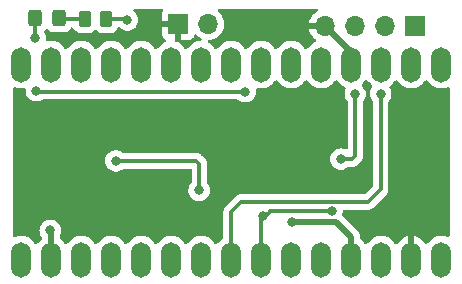
<source format=gbr>
%TF.GenerationSoftware,KiCad,Pcbnew,(6.0.0)*%
%TF.CreationDate,2022-03-17T14:09:45-06:00*%
%TF.ProjectId,sensor-board,73656e73-6f72-42d6-926f-6172642e6b69,rev?*%
%TF.SameCoordinates,Original*%
%TF.FileFunction,Copper,L1,Top*%
%TF.FilePolarity,Positive*%
%FSLAX46Y46*%
G04 Gerber Fmt 4.6, Leading zero omitted, Abs format (unit mm)*
G04 Created by KiCad (PCBNEW (6.0.0)) date 2022-03-17 14:09:45*
%MOMM*%
%LPD*%
G01*
G04 APERTURE LIST*
G04 Aperture macros list*
%AMRoundRect*
0 Rectangle with rounded corners*
0 $1 Rounding radius*
0 $2 $3 $4 $5 $6 $7 $8 $9 X,Y pos of 4 corners*
0 Add a 4 corners polygon primitive as box body*
4,1,4,$2,$3,$4,$5,$6,$7,$8,$9,$2,$3,0*
0 Add four circle primitives for the rounded corners*
1,1,$1+$1,$2,$3*
1,1,$1+$1,$4,$5*
1,1,$1+$1,$6,$7*
1,1,$1+$1,$8,$9*
0 Add four rect primitives between the rounded corners*
20,1,$1+$1,$2,$3,$4,$5,0*
20,1,$1+$1,$4,$5,$6,$7,0*
20,1,$1+$1,$6,$7,$8,$9,0*
20,1,$1+$1,$8,$9,$2,$3,0*%
G04 Aperture macros list end*
%TA.AperFunction,SMDPad,CuDef*%
%ADD10RoundRect,0.250000X0.262500X0.450000X-0.262500X0.450000X-0.262500X-0.450000X0.262500X-0.450000X0*%
%TD*%
%TA.AperFunction,SMDPad,CuDef*%
%ADD11O,1.700000X3.000000*%
%TD*%
%TA.AperFunction,SMDPad,CuDef*%
%ADD12RoundRect,0.250000X0.325000X0.450000X-0.325000X0.450000X-0.325000X-0.450000X0.325000X-0.450000X0*%
%TD*%
%TA.AperFunction,ComponentPad*%
%ADD13R,1.700000X1.700000*%
%TD*%
%TA.AperFunction,ComponentPad*%
%ADD14O,1.700000X1.700000*%
%TD*%
%TA.AperFunction,ViaPad*%
%ADD15C,0.800000*%
%TD*%
%TA.AperFunction,Conductor*%
%ADD16C,0.300000*%
%TD*%
%TA.AperFunction,Conductor*%
%ADD17C,0.500000*%
%TD*%
G04 APERTURE END LIST*
D10*
%TO.P,R2,1*%
%TO.N,Net-(R2-Pad1)*%
X131415000Y-57395000D03*
%TO.P,R2,2*%
%TO.N,Net-(D1-Pad1)*%
X129590000Y-57395000D03*
%TD*%
D11*
%TO.P,U2,1,1*%
%TO.N,unconnected-(U2-Pad1)*%
X124220000Y-77755000D03*
%TO.P,U2,2,2*%
%TO.N,+3V3*%
X126760000Y-77755000D03*
%TO.P,U2,3,3*%
%TO.N,unconnected-(U2-Pad3)*%
X129300000Y-77755000D03*
%TO.P,U2,4,4*%
%TO.N,unconnected-(U2-Pad4)*%
X131840000Y-77755000D03*
%TO.P,U2,5,5*%
%TO.N,unconnected-(U2-Pad5)*%
X134380000Y-77755000D03*
%TO.P,U2,6,6*%
%TO.N,unconnected-(U2-Pad6)*%
X136920000Y-77755000D03*
%TO.P,U2,7,7*%
%TO.N,unconnected-(U2-Pad7)*%
X139460000Y-77755000D03*
%TO.P,U2,8,8*%
%TO.N,/SDA*%
X142000000Y-77755000D03*
%TO.P,U2,9,9*%
%TO.N,/SCL*%
X144540000Y-77755000D03*
%TO.P,U2,10,10*%
%TO.N,unconnected-(U2-Pad10)*%
X147080000Y-77755000D03*
%TO.P,U2,11,11*%
%TO.N,unconnected-(U2-Pad11)*%
X149620000Y-77755000D03*
%TO.P,U2,12,12*%
%TO.N,VBUS*%
X152160000Y-77755000D03*
%TO.P,U2,13,13*%
%TO.N,unconnected-(U2-Pad13)*%
X154700000Y-77755000D03*
%TO.P,U2,14,14*%
%TO.N,GND*%
X157240000Y-77755000D03*
%TO.P,U2,15,15*%
%TO.N,unconnected-(U2-Pad15)*%
X159780000Y-77755000D03*
%TO.P,U2,16,16*%
%TO.N,unconnected-(U2-Pad16)*%
X159780000Y-61245000D03*
%TO.P,U2,17,17*%
%TO.N,unconnected-(U2-Pad17)*%
X157240000Y-61245000D03*
%TO.P,U2,18,18*%
%TO.N,unconnected-(U2-Pad18)*%
X154700000Y-61245000D03*
%TO.P,U2,19,19*%
%TO.N,GND*%
X152160000Y-61245000D03*
%TO.P,U2,20,20*%
%TO.N,unconnected-(U2-Pad20)*%
X149620000Y-61245000D03*
%TO.P,U2,21,21*%
%TO.N,unconnected-(U2-Pad21)*%
X147080000Y-61245000D03*
%TO.P,U2,22,22*%
%TO.N,unconnected-(U2-Pad22)*%
X144540000Y-61245000D03*
%TO.P,U2,23,23*%
%TO.N,unconnected-(U2-Pad23)*%
X142000000Y-61245000D03*
%TO.P,U2,24,24*%
%TO.N,unconnected-(U2-Pad24)*%
X139460000Y-61245000D03*
%TO.P,U2,25,25*%
%TO.N,unconnected-(U2-Pad25)*%
X136920000Y-61245000D03*
%TO.P,U2,26,26*%
%TO.N,unconnected-(U2-Pad26)*%
X134380000Y-61245000D03*
%TO.P,U2,27,27*%
%TO.N,unconnected-(U2-Pad27)*%
X131840000Y-61245000D03*
%TO.P,U2,28,28*%
%TO.N,unconnected-(U2-Pad28)*%
X129300000Y-61245000D03*
%TO.P,U2,29,29*%
%TO.N,unconnected-(U2-Pad29)*%
X126760000Y-61245000D03*
%TO.P,U2,30,30*%
%TO.N,unconnected-(U2-Pad30)*%
X124220000Y-61245000D03*
%TD*%
D12*
%TO.P,D1,1,K*%
%TO.N,Net-(D1-Pad1)*%
X127440000Y-57320000D03*
%TO.P,D1,2,A*%
%TO.N,VBUS*%
X125390000Y-57320000D03*
%TD*%
D13*
%TO.P,J2,1,Pin_1*%
%TO.N,+3V3*%
X157525000Y-57950000D03*
D14*
%TO.P,J2,2,Pin_2*%
%TO.N,/SDA*%
X154985000Y-57950000D03*
%TO.P,J2,3,Pin_3*%
%TO.N,/SCL*%
X152445000Y-57950000D03*
%TO.P,J2,4,Pin_4*%
%TO.N,GND*%
X149905000Y-57950000D03*
%TD*%
D13*
%TO.P,J1,1,Pin_1*%
%TO.N,GND*%
X137515000Y-57790000D03*
D14*
%TO.P,J1,2,Pin_2*%
%TO.N,+BATT*%
X140055000Y-57790000D03*
%TD*%
D15*
%TO.N,VBUS*%
X143190000Y-63530000D03*
X147180000Y-74550000D03*
X125500000Y-63450000D03*
X125390000Y-59030000D03*
%TO.N,Net-(R2-Pad1)*%
X139280000Y-71900000D03*
X133210000Y-57460000D03*
X132250000Y-69400000D03*
%TO.N,GND*%
X131000000Y-75000000D03*
X126000000Y-67000000D03*
X153490000Y-63040000D03*
X149000000Y-65000000D03*
X128000000Y-68000000D03*
X126000000Y-66000000D03*
X132000000Y-73000000D03*
X132000000Y-74000000D03*
X150000000Y-66000000D03*
X131000000Y-74000000D03*
X150000000Y-65000000D03*
X130000000Y-73000000D03*
X130000000Y-74000000D03*
X159330000Y-74550000D03*
X149000000Y-66000000D03*
X127000000Y-68000000D03*
X159000000Y-66000000D03*
X159000000Y-65000000D03*
X155000000Y-75000000D03*
X128000000Y-66000000D03*
X154000000Y-74000000D03*
X159000000Y-69000000D03*
X127000000Y-66000000D03*
X159000000Y-68000000D03*
X131000000Y-73000000D03*
X136137000Y-65406500D03*
X137427000Y-72442500D03*
X127000000Y-67000000D03*
X135617000Y-72462500D03*
X155000000Y-74000000D03*
X126000000Y-68000000D03*
X132000000Y-75000000D03*
X159000000Y-67000000D03*
X130000000Y-75000000D03*
X159000000Y-70000000D03*
X128000000Y-67000000D03*
X154000000Y-75000000D03*
%TO.N,Net-(C6-Pad1)*%
X152510000Y-63720000D03*
X151279500Y-69246730D03*
%TO.N,+3V3*%
X126680000Y-75290000D03*
%TO.N,/SDA*%
X154655000Y-63715000D03*
%TO.N,/SCL*%
X144670000Y-74080000D03*
X150530000Y-73680000D03*
%TD*%
D16*
%TO.N,Net-(D1-Pad1)*%
X129590000Y-57395000D02*
X127515000Y-57395000D01*
X127515000Y-57395000D02*
X127440000Y-57320000D01*
D17*
%TO.N,VBUS*%
X150840000Y-74550000D02*
X147180000Y-74550000D01*
X151750000Y-75460000D02*
X150840000Y-74550000D01*
X152160000Y-75870000D02*
X151750000Y-75460000D01*
D16*
X143190000Y-63530000D02*
X125580000Y-63530000D01*
X125580000Y-63530000D02*
X125500000Y-63450000D01*
D17*
X152160000Y-77755000D02*
X152160000Y-75870000D01*
D16*
X125390000Y-57320000D02*
X125390000Y-59030000D01*
%TO.N,Net-(R2-Pad1)*%
X132250000Y-69400000D02*
X139020000Y-69400000D01*
X139310000Y-69690000D02*
X139310000Y-71870000D01*
X139020000Y-69400000D02*
X139310000Y-69690000D01*
X131415000Y-57395000D02*
X133145000Y-57395000D01*
X133145000Y-57395000D02*
X133210000Y-57460000D01*
X139310000Y-71870000D02*
X139280000Y-71900000D01*
D17*
%TO.N,GND*%
X152160000Y-61245000D02*
X152160000Y-60205000D01*
D16*
X157240000Y-75250000D02*
X157230000Y-75240000D01*
D17*
X152160000Y-60205000D02*
X149905000Y-57950000D01*
D16*
X157240000Y-77755000D02*
X157240000Y-75250000D01*
%TO.N,Net-(C6-Pad1)*%
X152510000Y-63720000D02*
X152510000Y-68990000D01*
X152510000Y-68990000D02*
X152253270Y-69246730D01*
X152253270Y-69246730D02*
X151279500Y-69246730D01*
D17*
%TO.N,+3V3*%
X126760000Y-77755000D02*
X126760000Y-75370000D01*
X126760000Y-75370000D02*
X126680000Y-75290000D01*
D16*
%TO.N,/SDA*%
X153600000Y-72870000D02*
X154655000Y-71815000D01*
X142850000Y-72870000D02*
X153600000Y-72870000D01*
X142000000Y-73720000D02*
X142850000Y-72870000D01*
X142000000Y-77755000D02*
X142000000Y-73720000D01*
X154655000Y-71815000D02*
X154655000Y-63715000D01*
%TO.N,/SCL*%
X144540000Y-74430000D02*
X145250000Y-73720000D01*
X145290000Y-73680000D02*
X150530000Y-73680000D01*
X144540000Y-74210000D02*
X144670000Y-74080000D01*
X144540000Y-77755000D02*
X144540000Y-74430000D01*
X145250000Y-73720000D02*
X145290000Y-73680000D01*
X144540000Y-77755000D02*
X144540000Y-74210000D01*
%TD*%
%TA.AperFunction,Conductor*%
%TO.N,GND*%
G36*
X158586660Y-62566372D02*
G01*
X158613898Y-62595521D01*
X158717441Y-62749319D01*
X158876576Y-62916135D01*
X158880854Y-62919318D01*
X158955975Y-62975210D01*
X159061542Y-63053754D01*
X159066293Y-63056170D01*
X159066297Y-63056172D01*
X159093330Y-63069916D01*
X159267051Y-63158240D01*
X159272145Y-63159822D01*
X159272148Y-63159823D01*
X159470062Y-63221277D01*
X159487227Y-63226607D01*
X159492516Y-63227308D01*
X159710489Y-63256198D01*
X159710494Y-63256198D01*
X159715774Y-63256898D01*
X159721103Y-63256698D01*
X159721105Y-63256698D01*
X159830966Y-63252574D01*
X159946158Y-63248249D01*
X160171791Y-63200907D01*
X160176750Y-63198949D01*
X160176752Y-63198948D01*
X160229653Y-63178056D01*
X160319720Y-63142487D01*
X160390424Y-63136069D01*
X160453375Y-63168896D01*
X160488586Y-63230546D01*
X160492000Y-63259679D01*
X160492000Y-75737550D01*
X160471998Y-75805671D01*
X160418342Y-75852164D01*
X160348068Y-75862268D01*
X160308897Y-75849868D01*
X160297705Y-75844178D01*
X160297704Y-75844178D01*
X160292949Y-75841760D01*
X160287855Y-75840178D01*
X160287852Y-75840177D01*
X160077871Y-75774976D01*
X160072773Y-75773393D01*
X160067484Y-75772692D01*
X159849511Y-75743802D01*
X159849506Y-75743802D01*
X159844226Y-75743102D01*
X159838897Y-75743302D01*
X159838895Y-75743302D01*
X159729034Y-75747427D01*
X159613842Y-75751751D01*
X159388209Y-75799093D01*
X159383250Y-75801051D01*
X159383248Y-75801052D01*
X159178744Y-75881815D01*
X159178742Y-75881816D01*
X159173779Y-75883776D01*
X159169220Y-75886543D01*
X159169217Y-75886544D01*
X159065581Y-75949432D01*
X158976683Y-76003377D01*
X158972653Y-76006874D01*
X158810100Y-76147930D01*
X158802555Y-76154477D01*
X158799169Y-76158607D01*
X158799168Y-76158608D01*
X158659760Y-76328627D01*
X158659756Y-76328633D01*
X158656376Y-76332755D01*
X158619860Y-76396906D01*
X158619847Y-76396928D01*
X158568765Y-76446234D01*
X158499135Y-76460096D01*
X158433064Y-76434113D01*
X158405825Y-76404963D01*
X158305150Y-76255425D01*
X158298481Y-76247130D01*
X158146772Y-76088100D01*
X158138814Y-76081059D01*
X157962475Y-75949859D01*
X157953438Y-75944255D01*
X157757516Y-75844643D01*
X157747665Y-75840643D01*
X157537760Y-75775466D01*
X157527376Y-75773183D01*
X157511957Y-75771139D01*
X157497793Y-75773335D01*
X157494000Y-75786522D01*
X157494000Y-77883000D01*
X157473998Y-77951121D01*
X157420342Y-77997614D01*
X157368000Y-78009000D01*
X157112000Y-78009000D01*
X157043879Y-77988998D01*
X156997386Y-77935342D01*
X156986000Y-77883000D01*
X156986000Y-75788808D01*
X156982027Y-75775277D01*
X156971420Y-75773752D01*
X156853579Y-75798477D01*
X156843383Y-75801537D01*
X156638971Y-75882263D01*
X156629439Y-75886994D01*
X156441538Y-76001016D01*
X156432948Y-76007280D01*
X156266948Y-76151327D01*
X156259528Y-76158958D01*
X156120174Y-76328911D01*
X156114150Y-76337678D01*
X156080435Y-76396906D01*
X156029353Y-76446212D01*
X155959723Y-76460074D01*
X155893652Y-76434091D01*
X155866413Y-76404941D01*
X155821129Y-76337678D01*
X155762559Y-76250681D01*
X155603424Y-76083865D01*
X155418458Y-75946246D01*
X155413707Y-75943830D01*
X155413703Y-75943828D01*
X155295588Y-75883776D01*
X155212949Y-75841760D01*
X155207855Y-75840178D01*
X155207852Y-75840177D01*
X154997871Y-75774976D01*
X154992773Y-75773393D01*
X154987484Y-75772692D01*
X154769511Y-75743802D01*
X154769506Y-75743802D01*
X154764226Y-75743102D01*
X154758897Y-75743302D01*
X154758895Y-75743302D01*
X154649034Y-75747427D01*
X154533842Y-75751751D01*
X154308209Y-75799093D01*
X154303250Y-75801051D01*
X154303248Y-75801052D01*
X154098744Y-75881815D01*
X154098742Y-75881816D01*
X154093779Y-75883776D01*
X154089220Y-75886543D01*
X154089217Y-75886544D01*
X153985581Y-75949432D01*
X153896683Y-76003377D01*
X153892653Y-76006874D01*
X153730100Y-76147930D01*
X153722555Y-76154477D01*
X153719169Y-76158607D01*
X153719168Y-76158608D01*
X153579760Y-76328627D01*
X153579756Y-76328633D01*
X153576376Y-76332755D01*
X153573574Y-76337678D01*
X153540123Y-76396443D01*
X153489041Y-76445749D01*
X153419411Y-76459611D01*
X153353340Y-76433628D01*
X153326101Y-76404478D01*
X153281129Y-76337678D01*
X153222559Y-76250681D01*
X153063424Y-76083865D01*
X152972568Y-76016266D01*
X152929855Y-75959556D01*
X152921858Y-75910783D01*
X152922099Y-75903883D01*
X152923199Y-75896651D01*
X152921993Y-75881815D01*
X152918915Y-75843982D01*
X152918500Y-75833767D01*
X152918500Y-75825707D01*
X152915209Y-75797480D01*
X152914778Y-75793121D01*
X152909454Y-75727662D01*
X152909453Y-75727659D01*
X152908860Y-75720364D01*
X152906604Y-75713400D01*
X152905417Y-75707461D01*
X152904030Y-75701590D01*
X152903182Y-75694319D01*
X152900686Y-75687443D01*
X152900684Y-75687434D01*
X152878275Y-75625702D01*
X152876865Y-75621598D01*
X152854352Y-75552101D01*
X152850556Y-75545846D01*
X152848057Y-75540387D01*
X152845329Y-75534939D01*
X152842833Y-75528063D01*
X152802805Y-75467010D01*
X152800481Y-75463327D01*
X152796720Y-75457128D01*
X152762595Y-75400893D01*
X152755198Y-75392517D01*
X152755225Y-75392493D01*
X152752570Y-75389499D01*
X152749868Y-75386268D01*
X152745856Y-75380148D01*
X152689617Y-75326872D01*
X152687175Y-75324494D01*
X151431316Y-74068635D01*
X151397290Y-74006323D01*
X151400578Y-73940603D01*
X151414864Y-73896635D01*
X151423542Y-73869928D01*
X151435412Y-73756996D01*
X151442814Y-73686565D01*
X151443504Y-73680000D01*
X151442208Y-73667670D01*
X151454980Y-73597833D01*
X151503481Y-73545986D01*
X151567518Y-73528500D01*
X153517944Y-73528500D01*
X153529800Y-73529059D01*
X153529803Y-73529059D01*
X153537537Y-73530788D01*
X153608369Y-73528562D01*
X153612327Y-73528500D01*
X153641432Y-73528500D01*
X153645832Y-73527944D01*
X153657664Y-73527012D01*
X153703831Y-73525562D01*
X153724421Y-73519580D01*
X153743782Y-73515570D01*
X153750770Y-73514688D01*
X153757204Y-73513875D01*
X153757205Y-73513875D01*
X153765064Y-73512882D01*
X153772429Y-73509966D01*
X153772433Y-73509965D01*
X153808021Y-73495874D01*
X153819231Y-73492035D01*
X153863600Y-73479145D01*
X153882065Y-73468225D01*
X153899805Y-73459534D01*
X153919756Y-73451635D01*
X153957129Y-73424482D01*
X153967048Y-73417967D01*
X153999977Y-73398493D01*
X153999981Y-73398490D01*
X154006807Y-73394453D01*
X154021971Y-73379289D01*
X154037005Y-73366448D01*
X154054357Y-73353841D01*
X154083803Y-73318247D01*
X154091781Y-73309479D01*
X155062610Y-72338649D01*
X155071381Y-72330669D01*
X155071390Y-72330661D01*
X155078080Y-72326416D01*
X155126620Y-72274726D01*
X155129374Y-72271885D01*
X155149926Y-72251333D01*
X155152638Y-72247837D01*
X155160349Y-72238808D01*
X155191972Y-72205133D01*
X155202301Y-72186345D01*
X155213158Y-72169816D01*
X155221447Y-72159131D01*
X155221448Y-72159129D01*
X155226304Y-72152869D01*
X155244657Y-72110456D01*
X155249868Y-72099819D01*
X155272124Y-72059337D01*
X155277457Y-72038566D01*
X155283859Y-72019864D01*
X155292379Y-72000177D01*
X155299605Y-71954552D01*
X155302013Y-71942926D01*
X155311529Y-71905865D01*
X155311529Y-71905864D01*
X155313500Y-71898188D01*
X155313500Y-71876742D01*
X155315051Y-71857031D01*
X155317166Y-71843678D01*
X155318406Y-71835849D01*
X155314059Y-71789864D01*
X155313500Y-71778006D01*
X155313500Y-64389759D01*
X155333502Y-64321638D01*
X155345864Y-64305449D01*
X155389621Y-64256852D01*
X155389622Y-64256851D01*
X155394040Y-64251944D01*
X155489527Y-64086556D01*
X155548542Y-63904928D01*
X155568504Y-63715000D01*
X155559924Y-63633365D01*
X155549232Y-63531635D01*
X155549232Y-63531633D01*
X155548542Y-63525072D01*
X155489527Y-63343444D01*
X155480167Y-63327231D01*
X155406459Y-63199566D01*
X155389721Y-63130571D01*
X155412941Y-63063479D01*
X155450212Y-63028848D01*
X155503317Y-62996623D01*
X155581382Y-62928882D01*
X155673412Y-62849023D01*
X155673414Y-62849021D01*
X155677445Y-62845523D01*
X155716541Y-62797842D01*
X155820240Y-62671373D01*
X155820244Y-62671367D01*
X155823624Y-62667245D01*
X155859878Y-62603556D01*
X155910959Y-62554251D01*
X155980589Y-62540389D01*
X156046660Y-62566372D01*
X156073898Y-62595521D01*
X156177441Y-62749319D01*
X156336576Y-62916135D01*
X156340854Y-62919318D01*
X156415975Y-62975210D01*
X156521542Y-63053754D01*
X156526293Y-63056170D01*
X156526297Y-63056172D01*
X156553330Y-63069916D01*
X156727051Y-63158240D01*
X156732145Y-63159822D01*
X156732148Y-63159823D01*
X156930062Y-63221277D01*
X156947227Y-63226607D01*
X156952516Y-63227308D01*
X157170489Y-63256198D01*
X157170494Y-63256198D01*
X157175774Y-63256898D01*
X157181103Y-63256698D01*
X157181105Y-63256698D01*
X157290966Y-63252574D01*
X157406158Y-63248249D01*
X157631791Y-63200907D01*
X157636750Y-63198949D01*
X157636752Y-63198948D01*
X157841256Y-63118185D01*
X157841258Y-63118184D01*
X157846221Y-63116224D01*
X157867009Y-63103610D01*
X158038757Y-62999390D01*
X158038756Y-62999390D01*
X158043317Y-62996623D01*
X158121382Y-62928882D01*
X158213412Y-62849023D01*
X158213414Y-62849021D01*
X158217445Y-62845523D01*
X158256541Y-62797842D01*
X158360240Y-62671373D01*
X158360244Y-62671367D01*
X158363624Y-62667245D01*
X158399878Y-62603556D01*
X158450959Y-62554251D01*
X158520589Y-62540389D01*
X158586660Y-62566372D01*
G37*
%TD.AperFunction*%
%TA.AperFunction,Conductor*%
G36*
X150966936Y-62565887D02*
G01*
X150994175Y-62595037D01*
X151094850Y-62744575D01*
X151101519Y-62752870D01*
X151253228Y-62911900D01*
X151261186Y-62918941D01*
X151437525Y-63050141D01*
X151446562Y-63055745D01*
X151635708Y-63151912D01*
X151687366Y-63200616D01*
X151704492Y-63269516D01*
X151687722Y-63327229D01*
X151675473Y-63348444D01*
X151616458Y-63530072D01*
X151596496Y-63720000D01*
X151597186Y-63726565D01*
X151615243Y-63898365D01*
X151616458Y-63909928D01*
X151675473Y-64091556D01*
X151770960Y-64256944D01*
X151775378Y-64261851D01*
X151775379Y-64261852D01*
X151819136Y-64310449D01*
X151849854Y-64374456D01*
X151851500Y-64394759D01*
X151851500Y-68312901D01*
X151831498Y-68381022D01*
X151777842Y-68427515D01*
X151707568Y-68437619D01*
X151674254Y-68428009D01*
X151594176Y-68392356D01*
X151567819Y-68380621D01*
X151567818Y-68380621D01*
X151561788Y-68377936D01*
X151468387Y-68358083D01*
X151381444Y-68339602D01*
X151381439Y-68339602D01*
X151374987Y-68338230D01*
X151184013Y-68338230D01*
X151177561Y-68339602D01*
X151177556Y-68339602D01*
X151090613Y-68358083D01*
X150997212Y-68377936D01*
X150991182Y-68380621D01*
X150991181Y-68380621D01*
X150828778Y-68452927D01*
X150828776Y-68452928D01*
X150822748Y-68455612D01*
X150668247Y-68567864D01*
X150540460Y-68709786D01*
X150485416Y-68805124D01*
X150448852Y-68868456D01*
X150444973Y-68875174D01*
X150385958Y-69056802D01*
X150385268Y-69063363D01*
X150385268Y-69063365D01*
X150372752Y-69182452D01*
X150365996Y-69246730D01*
X150366686Y-69253295D01*
X150384544Y-69423201D01*
X150385958Y-69436658D01*
X150444973Y-69618286D01*
X150540460Y-69783674D01*
X150544878Y-69788581D01*
X150544879Y-69788582D01*
X150663825Y-69920685D01*
X150668247Y-69925596D01*
X150822748Y-70037848D01*
X150828776Y-70040532D01*
X150828778Y-70040533D01*
X150991181Y-70112839D01*
X150997212Y-70115524D01*
X151090612Y-70135377D01*
X151177556Y-70153858D01*
X151177561Y-70153858D01*
X151184013Y-70155230D01*
X151374987Y-70155230D01*
X151381439Y-70153858D01*
X151381444Y-70153858D01*
X151468388Y-70135377D01*
X151561788Y-70115524D01*
X151567819Y-70112839D01*
X151730222Y-70040533D01*
X151730224Y-70040532D01*
X151736252Y-70037848D01*
X151885663Y-69929294D01*
X151952531Y-69905436D01*
X151959724Y-69905230D01*
X152171214Y-69905230D01*
X152183070Y-69905789D01*
X152183073Y-69905789D01*
X152190807Y-69907518D01*
X152261639Y-69905292D01*
X152265597Y-69905230D01*
X152294702Y-69905230D01*
X152299102Y-69904674D01*
X152310934Y-69903742D01*
X152357101Y-69902292D01*
X152377691Y-69896310D01*
X152397052Y-69892300D01*
X152404040Y-69891418D01*
X152410474Y-69890605D01*
X152410475Y-69890605D01*
X152418334Y-69889612D01*
X152425699Y-69886696D01*
X152425703Y-69886695D01*
X152461291Y-69872604D01*
X152472501Y-69868765D01*
X152516870Y-69855875D01*
X152535335Y-69844955D01*
X152553075Y-69836264D01*
X152573026Y-69828365D01*
X152610399Y-69801212D01*
X152620318Y-69794697D01*
X152653247Y-69775223D01*
X152653251Y-69775220D01*
X152660077Y-69771183D01*
X152675241Y-69756019D01*
X152690275Y-69743178D01*
X152701213Y-69735231D01*
X152707627Y-69730571D01*
X152737073Y-69694977D01*
X152745062Y-69686198D01*
X152917605Y-69513655D01*
X152926385Y-69505665D01*
X152926387Y-69505663D01*
X152933080Y-69501416D01*
X152981605Y-69449742D01*
X152984359Y-69446901D01*
X153004927Y-69426333D01*
X153007647Y-69422826D01*
X153015353Y-69413804D01*
X153028316Y-69400000D01*
X153046972Y-69380133D01*
X153050794Y-69373181D01*
X153057303Y-69361342D01*
X153068157Y-69344818D01*
X153076445Y-69334132D01*
X153081304Y-69327868D01*
X153084452Y-69320594D01*
X153099654Y-69285465D01*
X153104876Y-69274805D01*
X153123305Y-69241284D01*
X153123306Y-69241282D01*
X153127124Y-69234337D01*
X153132459Y-69213559D01*
X153138858Y-69194869D01*
X153147380Y-69175176D01*
X153154606Y-69129552D01*
X153157013Y-69117929D01*
X153166528Y-69080868D01*
X153168500Y-69073188D01*
X153168500Y-69051741D01*
X153170051Y-69032031D01*
X153172166Y-69018677D01*
X153173406Y-69010848D01*
X153169059Y-68964859D01*
X153168500Y-68953004D01*
X153168500Y-64394759D01*
X153188502Y-64326638D01*
X153200864Y-64310449D01*
X153244621Y-64261852D01*
X153244622Y-64261851D01*
X153249040Y-64256944D01*
X153344527Y-64091556D01*
X153403542Y-63909928D01*
X153404758Y-63898365D01*
X153422814Y-63726565D01*
X153423504Y-63720000D01*
X153403542Y-63530072D01*
X153344527Y-63348444D01*
X153339694Y-63340072D01*
X153271107Y-63221277D01*
X153249040Y-63183056D01*
X153224984Y-63156339D01*
X153125676Y-63046046D01*
X153125675Y-63046045D01*
X153121253Y-63041134D01*
X153121557Y-63040861D01*
X153086360Y-62983729D01*
X153087712Y-62912746D01*
X153125327Y-62855377D01*
X153133049Y-62848676D01*
X153140472Y-62841043D01*
X153279826Y-62671089D01*
X153285850Y-62662322D01*
X153319565Y-62603094D01*
X153370647Y-62553788D01*
X153440277Y-62539926D01*
X153506348Y-62565909D01*
X153533587Y-62595059D01*
X153637441Y-62749319D01*
X153796576Y-62916135D01*
X153898294Y-62991816D01*
X153941007Y-63048525D01*
X153946280Y-63119326D01*
X153922267Y-63166357D01*
X153924261Y-63167805D01*
X153920379Y-63173148D01*
X153915960Y-63178056D01*
X153912657Y-63183777D01*
X153829834Y-63327231D01*
X153820473Y-63343444D01*
X153761458Y-63525072D01*
X153760768Y-63531633D01*
X153760768Y-63531635D01*
X153750076Y-63633365D01*
X153741496Y-63715000D01*
X153761458Y-63904928D01*
X153820473Y-64086556D01*
X153915960Y-64251944D01*
X153920378Y-64256851D01*
X153920379Y-64256852D01*
X153964136Y-64305449D01*
X153994854Y-64369456D01*
X153996500Y-64389759D01*
X153996500Y-71490050D01*
X153976498Y-71558171D01*
X153959595Y-71579146D01*
X153364144Y-72174596D01*
X153301832Y-72208621D01*
X153275049Y-72211500D01*
X142932060Y-72211500D01*
X142920203Y-72210941D01*
X142912463Y-72209211D01*
X142904538Y-72209460D01*
X142904537Y-72209460D01*
X142841599Y-72211438D01*
X142837641Y-72211500D01*
X142808568Y-72211500D01*
X142804634Y-72211997D01*
X142804632Y-72211997D01*
X142804189Y-72212053D01*
X142792354Y-72212985D01*
X142759564Y-72214016D01*
X142754089Y-72214188D01*
X142754088Y-72214188D01*
X142746169Y-72214437D01*
X142726444Y-72220168D01*
X142725571Y-72220421D01*
X142706218Y-72224429D01*
X142702743Y-72224868D01*
X142684936Y-72227118D01*
X142677568Y-72230035D01*
X142677565Y-72230036D01*
X142641982Y-72244125D01*
X142630747Y-72247971D01*
X142594016Y-72258642D01*
X142594013Y-72258643D01*
X142586400Y-72260855D01*
X142567935Y-72271775D01*
X142550195Y-72280466D01*
X142530244Y-72288365D01*
X142492874Y-72315516D01*
X142482952Y-72322033D01*
X142450023Y-72341507D01*
X142450019Y-72341510D01*
X142443193Y-72345547D01*
X142428029Y-72360711D01*
X142412996Y-72373551D01*
X142395643Y-72386159D01*
X142366198Y-72421752D01*
X142358208Y-72430532D01*
X141592395Y-73196345D01*
X141583615Y-73204335D01*
X141583613Y-73204337D01*
X141576920Y-73208584D01*
X141571494Y-73214362D01*
X141571493Y-73214363D01*
X141528396Y-73260257D01*
X141525641Y-73263099D01*
X141505073Y-73283667D01*
X141502356Y-73287170D01*
X141494648Y-73296195D01*
X141463028Y-73329867D01*
X141459207Y-73336818D01*
X141459206Y-73336819D01*
X141452697Y-73348658D01*
X141441843Y-73365182D01*
X141436342Y-73372275D01*
X141428696Y-73382132D01*
X141425549Y-73389404D01*
X141425548Y-73389406D01*
X141410346Y-73424535D01*
X141405124Y-73435195D01*
X141386964Y-73468228D01*
X141382876Y-73475663D01*
X141377541Y-73496441D01*
X141371142Y-73515131D01*
X141362620Y-73534824D01*
X141361380Y-73542655D01*
X141355394Y-73580448D01*
X141352987Y-73592071D01*
X141345798Y-73620072D01*
X141341500Y-73636812D01*
X141341500Y-73658259D01*
X141339949Y-73677969D01*
X141336594Y-73699152D01*
X141338067Y-73714729D01*
X141340941Y-73745138D01*
X141341500Y-73756996D01*
X141341500Y-75844575D01*
X141321498Y-75912696D01*
X141280867Y-75952293D01*
X141196683Y-76003377D01*
X141192653Y-76006874D01*
X141030100Y-76147930D01*
X141022555Y-76154477D01*
X141019169Y-76158607D01*
X141019168Y-76158608D01*
X140879760Y-76328627D01*
X140879756Y-76328633D01*
X140876376Y-76332755D01*
X140873574Y-76337678D01*
X140840123Y-76396443D01*
X140789041Y-76445749D01*
X140719411Y-76459611D01*
X140653340Y-76433628D01*
X140626101Y-76404478D01*
X140581129Y-76337678D01*
X140522559Y-76250681D01*
X140363424Y-76083865D01*
X140178458Y-75946246D01*
X140173707Y-75943830D01*
X140173703Y-75943828D01*
X140055588Y-75883776D01*
X139972949Y-75841760D01*
X139967855Y-75840178D01*
X139967852Y-75840177D01*
X139757871Y-75774976D01*
X139752773Y-75773393D01*
X139747484Y-75772692D01*
X139529511Y-75743802D01*
X139529506Y-75743802D01*
X139524226Y-75743102D01*
X139518897Y-75743302D01*
X139518895Y-75743302D01*
X139409034Y-75747427D01*
X139293842Y-75751751D01*
X139068209Y-75799093D01*
X139063250Y-75801051D01*
X139063248Y-75801052D01*
X138858744Y-75881815D01*
X138858742Y-75881816D01*
X138853779Y-75883776D01*
X138849220Y-75886543D01*
X138849217Y-75886544D01*
X138745581Y-75949432D01*
X138656683Y-76003377D01*
X138652653Y-76006874D01*
X138490100Y-76147930D01*
X138482555Y-76154477D01*
X138479169Y-76158607D01*
X138479168Y-76158608D01*
X138339760Y-76328627D01*
X138339756Y-76328633D01*
X138336376Y-76332755D01*
X138333574Y-76337678D01*
X138300123Y-76396443D01*
X138249041Y-76445749D01*
X138179411Y-76459611D01*
X138113340Y-76433628D01*
X138086101Y-76404478D01*
X138041129Y-76337678D01*
X137982559Y-76250681D01*
X137823424Y-76083865D01*
X137638458Y-75946246D01*
X137633707Y-75943830D01*
X137633703Y-75943828D01*
X137515588Y-75883776D01*
X137432949Y-75841760D01*
X137427855Y-75840178D01*
X137427852Y-75840177D01*
X137217871Y-75774976D01*
X137212773Y-75773393D01*
X137207484Y-75772692D01*
X136989511Y-75743802D01*
X136989506Y-75743802D01*
X136984226Y-75743102D01*
X136978897Y-75743302D01*
X136978895Y-75743302D01*
X136869034Y-75747427D01*
X136753842Y-75751751D01*
X136528209Y-75799093D01*
X136523250Y-75801051D01*
X136523248Y-75801052D01*
X136318744Y-75881815D01*
X136318742Y-75881816D01*
X136313779Y-75883776D01*
X136309220Y-75886543D01*
X136309217Y-75886544D01*
X136205581Y-75949432D01*
X136116683Y-76003377D01*
X136112653Y-76006874D01*
X135950100Y-76147930D01*
X135942555Y-76154477D01*
X135939169Y-76158607D01*
X135939168Y-76158608D01*
X135799760Y-76328627D01*
X135799756Y-76328633D01*
X135796376Y-76332755D01*
X135793574Y-76337678D01*
X135760123Y-76396443D01*
X135709041Y-76445749D01*
X135639411Y-76459611D01*
X135573340Y-76433628D01*
X135546101Y-76404478D01*
X135501129Y-76337678D01*
X135442559Y-76250681D01*
X135283424Y-76083865D01*
X135098458Y-75946246D01*
X135093707Y-75943830D01*
X135093703Y-75943828D01*
X134975588Y-75883776D01*
X134892949Y-75841760D01*
X134887855Y-75840178D01*
X134887852Y-75840177D01*
X134677871Y-75774976D01*
X134672773Y-75773393D01*
X134667484Y-75772692D01*
X134449511Y-75743802D01*
X134449506Y-75743802D01*
X134444226Y-75743102D01*
X134438897Y-75743302D01*
X134438895Y-75743302D01*
X134329034Y-75747427D01*
X134213842Y-75751751D01*
X133988209Y-75799093D01*
X133983250Y-75801051D01*
X133983248Y-75801052D01*
X133778744Y-75881815D01*
X133778742Y-75881816D01*
X133773779Y-75883776D01*
X133769220Y-75886543D01*
X133769217Y-75886544D01*
X133665581Y-75949432D01*
X133576683Y-76003377D01*
X133572653Y-76006874D01*
X133410100Y-76147930D01*
X133402555Y-76154477D01*
X133399169Y-76158607D01*
X133399168Y-76158608D01*
X133259760Y-76328627D01*
X133259756Y-76328633D01*
X133256376Y-76332755D01*
X133253574Y-76337678D01*
X133220123Y-76396443D01*
X133169041Y-76445749D01*
X133099411Y-76459611D01*
X133033340Y-76433628D01*
X133006101Y-76404478D01*
X132961129Y-76337678D01*
X132902559Y-76250681D01*
X132743424Y-76083865D01*
X132558458Y-75946246D01*
X132553707Y-75943830D01*
X132553703Y-75943828D01*
X132435588Y-75883776D01*
X132352949Y-75841760D01*
X132347855Y-75840178D01*
X132347852Y-75840177D01*
X132137871Y-75774976D01*
X132132773Y-75773393D01*
X132127484Y-75772692D01*
X131909511Y-75743802D01*
X131909506Y-75743802D01*
X131904226Y-75743102D01*
X131898897Y-75743302D01*
X131898895Y-75743302D01*
X131789034Y-75747427D01*
X131673842Y-75751751D01*
X131448209Y-75799093D01*
X131443250Y-75801051D01*
X131443248Y-75801052D01*
X131238744Y-75881815D01*
X131238742Y-75881816D01*
X131233779Y-75883776D01*
X131229220Y-75886543D01*
X131229217Y-75886544D01*
X131125581Y-75949432D01*
X131036683Y-76003377D01*
X131032653Y-76006874D01*
X130870100Y-76147930D01*
X130862555Y-76154477D01*
X130859169Y-76158607D01*
X130859168Y-76158608D01*
X130719760Y-76328627D01*
X130719756Y-76328633D01*
X130716376Y-76332755D01*
X130713574Y-76337678D01*
X130680123Y-76396443D01*
X130629041Y-76445749D01*
X130559411Y-76459611D01*
X130493340Y-76433628D01*
X130466101Y-76404478D01*
X130421129Y-76337678D01*
X130362559Y-76250681D01*
X130203424Y-76083865D01*
X130018458Y-75946246D01*
X130013707Y-75943830D01*
X130013703Y-75943828D01*
X129895588Y-75883776D01*
X129812949Y-75841760D01*
X129807855Y-75840178D01*
X129807852Y-75840177D01*
X129597871Y-75774976D01*
X129592773Y-75773393D01*
X129587484Y-75772692D01*
X129369511Y-75743802D01*
X129369506Y-75743802D01*
X129364226Y-75743102D01*
X129358897Y-75743302D01*
X129358895Y-75743302D01*
X129249034Y-75747427D01*
X129133842Y-75751751D01*
X128908209Y-75799093D01*
X128903250Y-75801051D01*
X128903248Y-75801052D01*
X128698744Y-75881815D01*
X128698742Y-75881816D01*
X128693779Y-75883776D01*
X128689220Y-75886543D01*
X128689217Y-75886544D01*
X128585581Y-75949432D01*
X128496683Y-76003377D01*
X128492653Y-76006874D01*
X128330100Y-76147930D01*
X128322555Y-76154477D01*
X128319169Y-76158607D01*
X128319168Y-76158608D01*
X128179760Y-76328627D01*
X128179756Y-76328633D01*
X128176376Y-76332755D01*
X128173574Y-76337678D01*
X128140123Y-76396443D01*
X128089041Y-76445749D01*
X128019411Y-76459611D01*
X127953340Y-76433628D01*
X127926101Y-76404478D01*
X127881129Y-76337678D01*
X127822559Y-76250681D01*
X127663424Y-76083865D01*
X127569287Y-76013824D01*
X127526574Y-75957115D01*
X127518500Y-75912736D01*
X127518500Y-75669285D01*
X127524667Y-75630348D01*
X127550091Y-75552101D01*
X127573542Y-75479928D01*
X127575091Y-75465197D01*
X127592814Y-75296565D01*
X127593504Y-75290000D01*
X127587079Y-75228866D01*
X127574232Y-75106635D01*
X127574232Y-75106633D01*
X127573542Y-75100072D01*
X127514527Y-74918444D01*
X127419040Y-74753056D01*
X127291253Y-74611134D01*
X127136752Y-74498882D01*
X127130724Y-74496198D01*
X127130722Y-74496197D01*
X126968319Y-74423891D01*
X126968318Y-74423891D01*
X126962288Y-74421206D01*
X126868888Y-74401353D01*
X126781944Y-74382872D01*
X126781939Y-74382872D01*
X126775487Y-74381500D01*
X126584513Y-74381500D01*
X126578061Y-74382872D01*
X126578056Y-74382872D01*
X126491112Y-74401353D01*
X126397712Y-74421206D01*
X126391682Y-74423891D01*
X126391681Y-74423891D01*
X126229278Y-74496197D01*
X126229276Y-74496198D01*
X126223248Y-74498882D01*
X126068747Y-74611134D01*
X125940960Y-74753056D01*
X125845473Y-74918444D01*
X125786458Y-75100072D01*
X125785768Y-75106633D01*
X125785768Y-75106635D01*
X125772921Y-75228866D01*
X125766496Y-75290000D01*
X125767186Y-75296565D01*
X125784062Y-75457128D01*
X125786458Y-75479928D01*
X125845473Y-75661556D01*
X125848776Y-75667278D01*
X125848777Y-75667279D01*
X125924525Y-75798477D01*
X125940960Y-75826944D01*
X125945380Y-75831853D01*
X125951167Y-75838280D01*
X125981884Y-75902287D01*
X125973121Y-75972741D01*
X125940111Y-76017757D01*
X125786588Y-76150977D01*
X125782555Y-76154477D01*
X125779169Y-76158607D01*
X125779168Y-76158608D01*
X125639760Y-76328627D01*
X125639756Y-76328633D01*
X125636376Y-76332755D01*
X125633574Y-76337678D01*
X125600123Y-76396443D01*
X125549041Y-76445749D01*
X125479411Y-76459611D01*
X125413340Y-76433628D01*
X125386101Y-76404478D01*
X125341129Y-76337678D01*
X125282559Y-76250681D01*
X125123424Y-76083865D01*
X124938458Y-75946246D01*
X124933707Y-75943830D01*
X124933703Y-75943828D01*
X124815588Y-75883776D01*
X124732949Y-75841760D01*
X124727855Y-75840178D01*
X124727852Y-75840177D01*
X124517871Y-75774976D01*
X124512773Y-75773393D01*
X124507484Y-75772692D01*
X124289511Y-75743802D01*
X124289506Y-75743802D01*
X124284226Y-75743102D01*
X124278897Y-75743302D01*
X124278895Y-75743302D01*
X124169034Y-75747427D01*
X124053842Y-75751751D01*
X123828209Y-75799093D01*
X123823250Y-75801051D01*
X123823248Y-75801052D01*
X123779096Y-75818489D01*
X123680280Y-75857513D01*
X123609576Y-75863931D01*
X123546625Y-75831104D01*
X123511414Y-75769454D01*
X123508000Y-75740321D01*
X123508000Y-69400000D01*
X131336496Y-69400000D01*
X131337186Y-69406565D01*
X131355263Y-69578555D01*
X131356458Y-69589928D01*
X131415473Y-69771556D01*
X131510960Y-69936944D01*
X131638747Y-70078866D01*
X131793248Y-70191118D01*
X131799276Y-70193802D01*
X131799278Y-70193803D01*
X131961681Y-70266109D01*
X131967712Y-70268794D01*
X132061113Y-70288647D01*
X132148056Y-70307128D01*
X132148061Y-70307128D01*
X132154513Y-70308500D01*
X132345487Y-70308500D01*
X132351939Y-70307128D01*
X132351944Y-70307128D01*
X132438887Y-70288647D01*
X132532288Y-70268794D01*
X132538319Y-70266109D01*
X132700722Y-70193803D01*
X132700724Y-70193802D01*
X132706752Y-70191118D01*
X132756148Y-70155230D01*
X132814493Y-70112839D01*
X132856163Y-70082564D01*
X132923031Y-70058706D01*
X132930224Y-70058500D01*
X138525500Y-70058500D01*
X138593621Y-70078502D01*
X138640114Y-70132158D01*
X138651500Y-70184500D01*
X138651500Y-71191923D01*
X138631498Y-71260044D01*
X138619142Y-71276226D01*
X138540960Y-71363056D01*
X138445473Y-71528444D01*
X138386458Y-71710072D01*
X138385768Y-71716633D01*
X138385768Y-71716635D01*
X138374068Y-71827958D01*
X138366496Y-71900000D01*
X138367186Y-71906565D01*
X138382436Y-72051657D01*
X138386458Y-72089928D01*
X138445473Y-72271556D01*
X138448776Y-72277278D01*
X138448777Y-72277279D01*
X138479602Y-72330669D01*
X138540960Y-72436944D01*
X138668747Y-72578866D01*
X138823248Y-72691118D01*
X138829276Y-72693802D01*
X138829278Y-72693803D01*
X138991681Y-72766109D01*
X138997712Y-72768794D01*
X139091112Y-72788647D01*
X139178056Y-72807128D01*
X139178061Y-72807128D01*
X139184513Y-72808500D01*
X139375487Y-72808500D01*
X139381939Y-72807128D01*
X139381944Y-72807128D01*
X139468888Y-72788647D01*
X139562288Y-72768794D01*
X139568319Y-72766109D01*
X139730722Y-72693803D01*
X139730724Y-72693802D01*
X139736752Y-72691118D01*
X139891253Y-72578866D01*
X140019040Y-72436944D01*
X140080398Y-72330669D01*
X140111223Y-72277279D01*
X140111224Y-72277278D01*
X140114527Y-72271556D01*
X140173542Y-72089928D01*
X140177565Y-72051657D01*
X140192814Y-71906565D01*
X140193504Y-71900000D01*
X140185932Y-71827958D01*
X140174232Y-71716635D01*
X140174232Y-71716633D01*
X140173542Y-71710072D01*
X140114527Y-71528444D01*
X140019040Y-71363056D01*
X140000865Y-71342870D01*
X139970147Y-71278863D01*
X139968500Y-71258559D01*
X139968500Y-69772059D01*
X139969059Y-69760203D01*
X139970789Y-69752463D01*
X139970248Y-69735231D01*
X139968562Y-69681611D01*
X139968500Y-69677653D01*
X139968500Y-69648568D01*
X139967946Y-69644179D01*
X139967013Y-69632337D01*
X139966752Y-69624009D01*
X139965562Y-69586169D01*
X139959580Y-69565579D01*
X139955570Y-69546216D01*
X139953875Y-69532796D01*
X139953875Y-69532795D01*
X139952882Y-69524936D01*
X139949966Y-69517571D01*
X139949965Y-69517567D01*
X139935874Y-69481979D01*
X139932035Y-69470769D01*
X139919145Y-69426400D01*
X139908225Y-69407935D01*
X139899534Y-69390195D01*
X139891635Y-69370244D01*
X139864482Y-69332871D01*
X139857967Y-69322952D01*
X139838493Y-69290023D01*
X139838490Y-69290019D01*
X139834453Y-69283193D01*
X139819289Y-69268029D01*
X139806448Y-69252995D01*
X139798501Y-69242057D01*
X139793841Y-69235643D01*
X139758247Y-69206197D01*
X139749468Y-69198208D01*
X139543655Y-68992395D01*
X139535665Y-68983615D01*
X139535663Y-68983613D01*
X139531416Y-68976920D01*
X139518576Y-68964862D01*
X139479743Y-68928396D01*
X139476901Y-68925641D01*
X139456333Y-68905073D01*
X139452826Y-68902353D01*
X139443804Y-68894647D01*
X139415913Y-68868456D01*
X139410133Y-68863028D01*
X139403181Y-68859206D01*
X139391342Y-68852697D01*
X139374818Y-68841843D01*
X139364132Y-68833555D01*
X139357868Y-68828696D01*
X139350596Y-68825549D01*
X139350594Y-68825548D01*
X139315465Y-68810346D01*
X139304805Y-68805124D01*
X139271284Y-68786695D01*
X139271282Y-68786694D01*
X139264337Y-68782876D01*
X139243559Y-68777541D01*
X139224869Y-68771142D01*
X139205176Y-68762620D01*
X139159552Y-68755394D01*
X139147929Y-68752987D01*
X139119928Y-68745798D01*
X139103188Y-68741500D01*
X139081741Y-68741500D01*
X139062031Y-68739949D01*
X139048677Y-68737834D01*
X139040848Y-68736594D01*
X138994859Y-68740941D01*
X138983004Y-68741500D01*
X132930224Y-68741500D01*
X132862103Y-68721498D01*
X132856163Y-68717436D01*
X132855909Y-68717251D01*
X132706752Y-68608882D01*
X132700724Y-68606198D01*
X132700722Y-68606197D01*
X132538319Y-68533891D01*
X132538318Y-68533891D01*
X132532288Y-68531206D01*
X132438887Y-68511353D01*
X132351944Y-68492872D01*
X132351939Y-68492872D01*
X132345487Y-68491500D01*
X132154513Y-68491500D01*
X132148061Y-68492872D01*
X132148056Y-68492872D01*
X132061113Y-68511353D01*
X131967712Y-68531206D01*
X131961682Y-68533891D01*
X131961681Y-68533891D01*
X131799278Y-68606197D01*
X131799276Y-68606198D01*
X131793248Y-68608882D01*
X131638747Y-68721134D01*
X131634326Y-68726044D01*
X131634325Y-68726045D01*
X131524589Y-68847920D01*
X131510960Y-68863056D01*
X131415473Y-69028444D01*
X131356458Y-69210072D01*
X131355768Y-69216633D01*
X131355768Y-69216635D01*
X131340559Y-69361342D01*
X131336496Y-69400000D01*
X123508000Y-69400000D01*
X123508000Y-63262450D01*
X123528002Y-63194329D01*
X123581658Y-63147836D01*
X123651932Y-63137732D01*
X123691103Y-63150132D01*
X123702295Y-63155822D01*
X123707051Y-63158240D01*
X123712145Y-63159822D01*
X123712148Y-63159823D01*
X123910062Y-63221277D01*
X123927227Y-63226607D01*
X123932516Y-63227308D01*
X124150489Y-63256198D01*
X124150494Y-63256198D01*
X124155774Y-63256898D01*
X124161103Y-63256698D01*
X124161105Y-63256698D01*
X124270966Y-63252574D01*
X124386158Y-63248249D01*
X124443436Y-63236231D01*
X124514211Y-63241818D01*
X124570732Y-63284783D01*
X124595051Y-63351485D01*
X124594619Y-63372713D01*
X124586496Y-63450000D01*
X124606458Y-63639928D01*
X124665473Y-63821556D01*
X124760960Y-63986944D01*
X124888747Y-64128866D01*
X124970826Y-64188500D01*
X125004202Y-64212749D01*
X125043248Y-64241118D01*
X125049276Y-64243802D01*
X125049278Y-64243803D01*
X125211681Y-64316109D01*
X125217712Y-64318794D01*
X125311113Y-64338647D01*
X125398056Y-64357128D01*
X125398061Y-64357128D01*
X125404513Y-64358500D01*
X125595487Y-64358500D01*
X125601939Y-64357128D01*
X125601944Y-64357128D01*
X125688887Y-64338647D01*
X125782288Y-64318794D01*
X125788319Y-64316109D01*
X125950722Y-64243803D01*
X125950724Y-64243802D01*
X125956752Y-64241118D01*
X125996053Y-64212564D01*
X126062920Y-64188706D01*
X126070114Y-64188500D01*
X142509776Y-64188500D01*
X142577897Y-64208502D01*
X142583834Y-64212562D01*
X142617796Y-64237237D01*
X142726354Y-64316109D01*
X142733248Y-64321118D01*
X142739276Y-64323802D01*
X142739278Y-64323803D01*
X142887419Y-64389759D01*
X142907712Y-64398794D01*
X143001113Y-64418647D01*
X143088056Y-64437128D01*
X143088061Y-64437128D01*
X143094513Y-64438500D01*
X143285487Y-64438500D01*
X143291939Y-64437128D01*
X143291944Y-64437128D01*
X143378887Y-64418647D01*
X143472288Y-64398794D01*
X143492581Y-64389759D01*
X143640722Y-64323803D01*
X143640724Y-64323802D01*
X143646752Y-64321118D01*
X143653647Y-64316109D01*
X143728324Y-64261852D01*
X143801253Y-64208866D01*
X143912538Y-64085271D01*
X143924621Y-64071852D01*
X143924622Y-64071851D01*
X143929040Y-64066944D01*
X144018956Y-63911206D01*
X144021223Y-63907279D01*
X144021224Y-63907278D01*
X144024527Y-63901556D01*
X144083542Y-63719928D01*
X144091291Y-63646206D01*
X144102814Y-63536565D01*
X144103504Y-63530000D01*
X144085674Y-63360356D01*
X144098446Y-63290518D01*
X144146948Y-63238671D01*
X144215781Y-63221277D01*
X144238043Y-63224126D01*
X144242132Y-63225025D01*
X144247227Y-63226607D01*
X144361501Y-63241753D01*
X144470489Y-63256198D01*
X144470494Y-63256198D01*
X144475774Y-63256898D01*
X144481103Y-63256698D01*
X144481105Y-63256698D01*
X144590966Y-63252574D01*
X144706158Y-63248249D01*
X144931791Y-63200907D01*
X144936750Y-63198949D01*
X144936752Y-63198948D01*
X145141256Y-63118185D01*
X145141258Y-63118184D01*
X145146221Y-63116224D01*
X145167009Y-63103610D01*
X145338757Y-62999390D01*
X145338756Y-62999390D01*
X145343317Y-62996623D01*
X145421382Y-62928882D01*
X145513412Y-62849023D01*
X145513414Y-62849021D01*
X145517445Y-62845523D01*
X145556541Y-62797842D01*
X145660240Y-62671373D01*
X145660244Y-62671367D01*
X145663624Y-62667245D01*
X145699878Y-62603556D01*
X145750959Y-62554251D01*
X145820589Y-62540389D01*
X145886660Y-62566372D01*
X145913898Y-62595521D01*
X146017441Y-62749319D01*
X146176576Y-62916135D01*
X146180854Y-62919318D01*
X146255975Y-62975210D01*
X146361542Y-63053754D01*
X146366293Y-63056170D01*
X146366297Y-63056172D01*
X146393330Y-63069916D01*
X146567051Y-63158240D01*
X146572145Y-63159822D01*
X146572148Y-63159823D01*
X146770062Y-63221277D01*
X146787227Y-63226607D01*
X146792516Y-63227308D01*
X147010489Y-63256198D01*
X147010494Y-63256198D01*
X147015774Y-63256898D01*
X147021103Y-63256698D01*
X147021105Y-63256698D01*
X147130966Y-63252574D01*
X147246158Y-63248249D01*
X147471791Y-63200907D01*
X147476750Y-63198949D01*
X147476752Y-63198948D01*
X147681256Y-63118185D01*
X147681258Y-63118184D01*
X147686221Y-63116224D01*
X147707009Y-63103610D01*
X147878757Y-62999390D01*
X147878756Y-62999390D01*
X147883317Y-62996623D01*
X147961382Y-62928882D01*
X148053412Y-62849023D01*
X148053414Y-62849021D01*
X148057445Y-62845523D01*
X148096541Y-62797842D01*
X148200240Y-62671373D01*
X148200244Y-62671367D01*
X148203624Y-62667245D01*
X148239878Y-62603556D01*
X148290959Y-62554251D01*
X148360589Y-62540389D01*
X148426660Y-62566372D01*
X148453898Y-62595521D01*
X148557441Y-62749319D01*
X148716576Y-62916135D01*
X148720854Y-62919318D01*
X148795975Y-62975210D01*
X148901542Y-63053754D01*
X148906293Y-63056170D01*
X148906297Y-63056172D01*
X148933330Y-63069916D01*
X149107051Y-63158240D01*
X149112145Y-63159822D01*
X149112148Y-63159823D01*
X149310062Y-63221277D01*
X149327227Y-63226607D01*
X149332516Y-63227308D01*
X149550489Y-63256198D01*
X149550494Y-63256198D01*
X149555774Y-63256898D01*
X149561103Y-63256698D01*
X149561105Y-63256698D01*
X149670966Y-63252574D01*
X149786158Y-63248249D01*
X150011791Y-63200907D01*
X150016750Y-63198949D01*
X150016752Y-63198948D01*
X150221256Y-63118185D01*
X150221258Y-63118184D01*
X150226221Y-63116224D01*
X150247009Y-63103610D01*
X150418757Y-62999390D01*
X150418756Y-62999390D01*
X150423317Y-62996623D01*
X150501382Y-62928882D01*
X150593412Y-62849023D01*
X150593414Y-62849021D01*
X150597445Y-62845523D01*
X150636541Y-62797842D01*
X150740240Y-62671373D01*
X150740244Y-62671367D01*
X150743624Y-62667245D01*
X150780154Y-62603071D01*
X150831235Y-62553766D01*
X150900865Y-62539904D01*
X150966936Y-62565887D01*
G37*
%TD.AperFunction*%
%TA.AperFunction,Conductor*%
G36*
X136173348Y-56528002D02*
G01*
X136219841Y-56581658D01*
X136229945Y-56651932D01*
X136215747Y-56694509D01*
X136211677Y-56701942D01*
X136166522Y-56822394D01*
X136162895Y-56837649D01*
X136157369Y-56888514D01*
X136157000Y-56895328D01*
X136157000Y-57517885D01*
X136161475Y-57533124D01*
X136162865Y-57534329D01*
X136170548Y-57536000D01*
X137643000Y-57536000D01*
X137711121Y-57556002D01*
X137757614Y-57609658D01*
X137769000Y-57662000D01*
X137769000Y-59129884D01*
X137773475Y-59145123D01*
X137774865Y-59146328D01*
X137782548Y-59147999D01*
X138409669Y-59147999D01*
X138416490Y-59147629D01*
X138467352Y-59142105D01*
X138482604Y-59138479D01*
X138603054Y-59093324D01*
X138618649Y-59084786D01*
X138720724Y-59008285D01*
X138733285Y-58995724D01*
X138809786Y-58893649D01*
X138818324Y-58878054D01*
X138859225Y-58768952D01*
X138901867Y-58712188D01*
X138968428Y-58687488D01*
X139037777Y-58702696D01*
X139072444Y-58730684D01*
X139097865Y-58760031D01*
X139097869Y-58760035D01*
X139101250Y-58763938D01*
X139273126Y-58906632D01*
X139439405Y-59003797D01*
X139488128Y-59055434D01*
X139501199Y-59125217D01*
X139474468Y-59190989D01*
X139416421Y-59231868D01*
X139380562Y-59238495D01*
X139320204Y-59240761D01*
X139293842Y-59241751D01*
X139288623Y-59242846D01*
X139216032Y-59258077D01*
X139068209Y-59289093D01*
X139063250Y-59291051D01*
X139063248Y-59291052D01*
X138858744Y-59371815D01*
X138858742Y-59371816D01*
X138853779Y-59373776D01*
X138849220Y-59376543D01*
X138849217Y-59376544D01*
X138745581Y-59439432D01*
X138656683Y-59493377D01*
X138652653Y-59496874D01*
X138559484Y-59577722D01*
X138482555Y-59644477D01*
X138479168Y-59648608D01*
X138339760Y-59818627D01*
X138339756Y-59818633D01*
X138336376Y-59822755D01*
X138333574Y-59827678D01*
X138300123Y-59886443D01*
X138249041Y-59935749D01*
X138179411Y-59949611D01*
X138113340Y-59923628D01*
X138086101Y-59894478D01*
X138041129Y-59827678D01*
X137982559Y-59740681D01*
X137823424Y-59573865D01*
X137638458Y-59436246D01*
X137633707Y-59433830D01*
X137633703Y-59433828D01*
X137515588Y-59373776D01*
X137432949Y-59331760D01*
X137341980Y-59303513D01*
X137282858Y-59264212D01*
X137254367Y-59199182D01*
X137256226Y-59156400D01*
X137261000Y-59134453D01*
X137261000Y-58062115D01*
X137256525Y-58046876D01*
X137255135Y-58045671D01*
X137247452Y-58044000D01*
X136175116Y-58044000D01*
X136159877Y-58048475D01*
X136158672Y-58049865D01*
X136157001Y-58057548D01*
X136157001Y-58684669D01*
X136157371Y-58691490D01*
X136162895Y-58742352D01*
X136166521Y-58757604D01*
X136211676Y-58878054D01*
X136220214Y-58893649D01*
X136296715Y-58995724D01*
X136309276Y-59008285D01*
X136411351Y-59084786D01*
X136434818Y-59097634D01*
X136434154Y-59098847D01*
X136483422Y-59135861D01*
X136508118Y-59202424D01*
X136492908Y-59271772D01*
X136442619Y-59321888D01*
X136428706Y-59328389D01*
X136318744Y-59371815D01*
X136318742Y-59371816D01*
X136313779Y-59373776D01*
X136309220Y-59376543D01*
X136309217Y-59376544D01*
X136205581Y-59439432D01*
X136116683Y-59493377D01*
X136112653Y-59496874D01*
X136019484Y-59577722D01*
X135942555Y-59644477D01*
X135939168Y-59648608D01*
X135799760Y-59818627D01*
X135799756Y-59818633D01*
X135796376Y-59822755D01*
X135793574Y-59827678D01*
X135760123Y-59886443D01*
X135709041Y-59935749D01*
X135639411Y-59949611D01*
X135573340Y-59923628D01*
X135546101Y-59894478D01*
X135501129Y-59827678D01*
X135442559Y-59740681D01*
X135283424Y-59573865D01*
X135098458Y-59436246D01*
X135093707Y-59433830D01*
X135093703Y-59433828D01*
X134975588Y-59373776D01*
X134892949Y-59331760D01*
X134887855Y-59330178D01*
X134887852Y-59330177D01*
X134677871Y-59264976D01*
X134672773Y-59263393D01*
X134667484Y-59262692D01*
X134449511Y-59233802D01*
X134449506Y-59233802D01*
X134444226Y-59233102D01*
X134438897Y-59233302D01*
X134438895Y-59233302D01*
X134329034Y-59237427D01*
X134213842Y-59241751D01*
X134208623Y-59242846D01*
X134136032Y-59258077D01*
X133988209Y-59289093D01*
X133983250Y-59291051D01*
X133983248Y-59291052D01*
X133778744Y-59371815D01*
X133778742Y-59371816D01*
X133773779Y-59373776D01*
X133769220Y-59376543D01*
X133769217Y-59376544D01*
X133665581Y-59439432D01*
X133576683Y-59493377D01*
X133572653Y-59496874D01*
X133479484Y-59577722D01*
X133402555Y-59644477D01*
X133399168Y-59648608D01*
X133259760Y-59818627D01*
X133259756Y-59818633D01*
X133256376Y-59822755D01*
X133253574Y-59827678D01*
X133220123Y-59886443D01*
X133169041Y-59935749D01*
X133099411Y-59949611D01*
X133033340Y-59923628D01*
X133006101Y-59894478D01*
X132961129Y-59827678D01*
X132902559Y-59740681D01*
X132743424Y-59573865D01*
X132558458Y-59436246D01*
X132553707Y-59433830D01*
X132553703Y-59433828D01*
X132435588Y-59373776D01*
X132352949Y-59331760D01*
X132347855Y-59330178D01*
X132347852Y-59330177D01*
X132137871Y-59264976D01*
X132132773Y-59263393D01*
X132127484Y-59262692D01*
X131909511Y-59233802D01*
X131909506Y-59233802D01*
X131904226Y-59233102D01*
X131898897Y-59233302D01*
X131898895Y-59233302D01*
X131789034Y-59237427D01*
X131673842Y-59241751D01*
X131668623Y-59242846D01*
X131596032Y-59258077D01*
X131448209Y-59289093D01*
X131443250Y-59291051D01*
X131443248Y-59291052D01*
X131238744Y-59371815D01*
X131238742Y-59371816D01*
X131233779Y-59373776D01*
X131229220Y-59376543D01*
X131229217Y-59376544D01*
X131125581Y-59439432D01*
X131036683Y-59493377D01*
X131032653Y-59496874D01*
X130939484Y-59577722D01*
X130862555Y-59644477D01*
X130859168Y-59648608D01*
X130719760Y-59818627D01*
X130719756Y-59818633D01*
X130716376Y-59822755D01*
X130713574Y-59827678D01*
X130680123Y-59886443D01*
X130629041Y-59935749D01*
X130559411Y-59949611D01*
X130493340Y-59923628D01*
X130466101Y-59894478D01*
X130421129Y-59827678D01*
X130362559Y-59740681D01*
X130203424Y-59573865D01*
X130018458Y-59436246D01*
X130013707Y-59433830D01*
X130013703Y-59433828D01*
X129895588Y-59373776D01*
X129812949Y-59331760D01*
X129807855Y-59330178D01*
X129807852Y-59330177D01*
X129597871Y-59264976D01*
X129592773Y-59263393D01*
X129587484Y-59262692D01*
X129369511Y-59233802D01*
X129369506Y-59233802D01*
X129364226Y-59233102D01*
X129358897Y-59233302D01*
X129358895Y-59233302D01*
X129249034Y-59237427D01*
X129133842Y-59241751D01*
X129128623Y-59242846D01*
X129056032Y-59258077D01*
X128908209Y-59289093D01*
X128903250Y-59291051D01*
X128903248Y-59291052D01*
X128698744Y-59371815D01*
X128698742Y-59371816D01*
X128693779Y-59373776D01*
X128689220Y-59376543D01*
X128689217Y-59376544D01*
X128585581Y-59439432D01*
X128496683Y-59493377D01*
X128492653Y-59496874D01*
X128399484Y-59577722D01*
X128322555Y-59644477D01*
X128319168Y-59648608D01*
X128179760Y-59818627D01*
X128179756Y-59818633D01*
X128176376Y-59822755D01*
X128173574Y-59827678D01*
X128140123Y-59886443D01*
X128089041Y-59935749D01*
X128019411Y-59949611D01*
X127953340Y-59923628D01*
X127926101Y-59894478D01*
X127881129Y-59827678D01*
X127822559Y-59740681D01*
X127663424Y-59573865D01*
X127478458Y-59436246D01*
X127473707Y-59433830D01*
X127473703Y-59433828D01*
X127355588Y-59373776D01*
X127272949Y-59331760D01*
X127267855Y-59330178D01*
X127267852Y-59330177D01*
X127057871Y-59264976D01*
X127052773Y-59263393D01*
X127047484Y-59262692D01*
X126829511Y-59233802D01*
X126829506Y-59233802D01*
X126824226Y-59233102D01*
X126818897Y-59233302D01*
X126818895Y-59233302D01*
X126709034Y-59237427D01*
X126593842Y-59241751D01*
X126443460Y-59273304D01*
X126372685Y-59267717D01*
X126316164Y-59224752D01*
X126291845Y-59158050D01*
X126292277Y-59136819D01*
X126302814Y-59036565D01*
X126302814Y-59036564D01*
X126303504Y-59030000D01*
X126300750Y-59003796D01*
X126284232Y-58846635D01*
X126284232Y-58846633D01*
X126283542Y-58840072D01*
X126224527Y-58658444D01*
X126152580Y-58533828D01*
X126135842Y-58464834D01*
X126159062Y-58397742D01*
X126183310Y-58372214D01*
X126189348Y-58368478D01*
X126314305Y-58243303D01*
X126316906Y-58239084D01*
X126374030Y-58198583D01*
X126444953Y-58195351D01*
X126506365Y-58230976D01*
X126512922Y-58238530D01*
X126516522Y-58244348D01*
X126641697Y-58369305D01*
X126647927Y-58373145D01*
X126647928Y-58373146D01*
X126785090Y-58457694D01*
X126792262Y-58462115D01*
X126800460Y-58464834D01*
X126953611Y-58515632D01*
X126953613Y-58515632D01*
X126960139Y-58517797D01*
X126966975Y-58518497D01*
X126966978Y-58518498D01*
X127010031Y-58522909D01*
X127064600Y-58528500D01*
X127815400Y-58528500D01*
X127818646Y-58528163D01*
X127818650Y-58528163D01*
X127914308Y-58518238D01*
X127914312Y-58518237D01*
X127921166Y-58517526D01*
X127927702Y-58515345D01*
X127927704Y-58515345D01*
X128079103Y-58464834D01*
X128088946Y-58461550D01*
X128239348Y-58368478D01*
X128364305Y-58243303D01*
X128368144Y-58237075D01*
X128368148Y-58237070D01*
X128416572Y-58158512D01*
X128469344Y-58111019D01*
X128539416Y-58099597D01*
X128604539Y-58127871D01*
X128635751Y-58168349D01*
X128635950Y-58168946D01*
X128639804Y-58175174D01*
X128677491Y-58236075D01*
X128729022Y-58319348D01*
X128854197Y-58444305D01*
X128860427Y-58448145D01*
X128860428Y-58448146D01*
X128997590Y-58532694D01*
X129004762Y-58537115D01*
X129072562Y-58559603D01*
X129166111Y-58590632D01*
X129166113Y-58590632D01*
X129172639Y-58592797D01*
X129179475Y-58593497D01*
X129179478Y-58593498D01*
X129215075Y-58597145D01*
X129277100Y-58603500D01*
X129902900Y-58603500D01*
X129906146Y-58603163D01*
X129906150Y-58603163D01*
X130001808Y-58593238D01*
X130001812Y-58593237D01*
X130008666Y-58592526D01*
X130015202Y-58590345D01*
X130015204Y-58590345D01*
X130147306Y-58546272D01*
X130176446Y-58536550D01*
X130326848Y-58443478D01*
X130413284Y-58356891D01*
X130475566Y-58322812D01*
X130546386Y-58327815D01*
X130591475Y-58356736D01*
X130598886Y-58364134D01*
X130679197Y-58444305D01*
X130685427Y-58448145D01*
X130685428Y-58448146D01*
X130822590Y-58532694D01*
X130829762Y-58537115D01*
X130897562Y-58559603D01*
X130991111Y-58590632D01*
X130991113Y-58590632D01*
X130997639Y-58592797D01*
X131004475Y-58593497D01*
X131004478Y-58593498D01*
X131040075Y-58597145D01*
X131102100Y-58603500D01*
X131727900Y-58603500D01*
X131731146Y-58603163D01*
X131731150Y-58603163D01*
X131826808Y-58593238D01*
X131826812Y-58593237D01*
X131833666Y-58592526D01*
X131840202Y-58590345D01*
X131840204Y-58590345D01*
X131972306Y-58546272D01*
X132001446Y-58536550D01*
X132151848Y-58443478D01*
X132276805Y-58318303D01*
X132325290Y-58239646D01*
X132365775Y-58173968D01*
X132365776Y-58173966D01*
X132369615Y-58167738D01*
X132371919Y-58160791D01*
X132375013Y-58154156D01*
X132377668Y-58155394D01*
X132410500Y-58108000D01*
X132476063Y-58080760D01*
X132545945Y-58093291D01*
X132583301Y-58121712D01*
X132598747Y-58138866D01*
X132608733Y-58146121D01*
X132742492Y-58243303D01*
X132753248Y-58251118D01*
X132759276Y-58253802D01*
X132759278Y-58253803D01*
X132921681Y-58326109D01*
X132927712Y-58328794D01*
X133021113Y-58348647D01*
X133108056Y-58367128D01*
X133108061Y-58367128D01*
X133114513Y-58368500D01*
X133305487Y-58368500D01*
X133311939Y-58367128D01*
X133311944Y-58367128D01*
X133398887Y-58348647D01*
X133492288Y-58328794D01*
X133498319Y-58326109D01*
X133660722Y-58253803D01*
X133660724Y-58253802D01*
X133666752Y-58251118D01*
X133677509Y-58243303D01*
X133743508Y-58195351D01*
X133821253Y-58138866D01*
X133910653Y-58039577D01*
X133944621Y-58001852D01*
X133944622Y-58001851D01*
X133949040Y-57996944D01*
X134044527Y-57831556D01*
X134103542Y-57649928D01*
X134107775Y-57609658D01*
X134122814Y-57466565D01*
X134123504Y-57460000D01*
X134115117Y-57380201D01*
X134104232Y-57276635D01*
X134104232Y-57276633D01*
X134103542Y-57270072D01*
X134044527Y-57088444D01*
X134025382Y-57055283D01*
X133977244Y-56971907D01*
X133949040Y-56923056D01*
X133916970Y-56887438D01*
X133825675Y-56786045D01*
X133825674Y-56786044D01*
X133821253Y-56781134D01*
X133759044Y-56735936D01*
X133715690Y-56679713D01*
X133709615Y-56608977D01*
X133742747Y-56546185D01*
X133804567Y-56511274D01*
X133833105Y-56508000D01*
X136105227Y-56508000D01*
X136173348Y-56528002D01*
G37*
%TD.AperFunction*%
%TA.AperFunction,Conductor*%
G36*
X149287108Y-56528002D02*
G01*
X149333601Y-56581658D01*
X149343705Y-56651932D01*
X149314211Y-56716512D01*
X149277167Y-56745763D01*
X149183463Y-56794542D01*
X149174738Y-56800036D01*
X149004433Y-56927905D01*
X148996726Y-56934748D01*
X148849590Y-57088717D01*
X148843104Y-57096727D01*
X148723098Y-57272649D01*
X148718000Y-57281623D01*
X148628338Y-57474783D01*
X148624775Y-57484470D01*
X148569389Y-57684183D01*
X148570912Y-57692607D01*
X148583292Y-57696000D01*
X150033000Y-57696000D01*
X150101121Y-57716002D01*
X150147614Y-57769658D01*
X150159000Y-57822000D01*
X150159000Y-58078000D01*
X150138998Y-58146121D01*
X150085342Y-58192614D01*
X150033000Y-58204000D01*
X148588225Y-58204000D01*
X148574694Y-58207973D01*
X148573257Y-58217966D01*
X148603565Y-58352446D01*
X148606645Y-58362275D01*
X148686770Y-58559603D01*
X148691413Y-58568794D01*
X148802694Y-58750388D01*
X148808777Y-58758699D01*
X148948213Y-58919667D01*
X148955580Y-58926883D01*
X149119434Y-59062916D01*
X149127881Y-59068831D01*
X149169474Y-59093136D01*
X149218198Y-59144774D01*
X149231269Y-59214557D01*
X149204538Y-59280329D01*
X149152186Y-59319116D01*
X149018744Y-59371815D01*
X149018742Y-59371816D01*
X149013779Y-59373776D01*
X149009220Y-59376543D01*
X149009217Y-59376544D01*
X148905581Y-59439432D01*
X148816683Y-59493377D01*
X148812653Y-59496874D01*
X148719484Y-59577722D01*
X148642555Y-59644477D01*
X148639168Y-59648608D01*
X148499760Y-59818627D01*
X148499756Y-59818633D01*
X148496376Y-59822755D01*
X148493574Y-59827678D01*
X148460123Y-59886443D01*
X148409041Y-59935749D01*
X148339411Y-59949611D01*
X148273340Y-59923628D01*
X148246101Y-59894478D01*
X148201129Y-59827678D01*
X148142559Y-59740681D01*
X147983424Y-59573865D01*
X147798458Y-59436246D01*
X147793707Y-59433830D01*
X147793703Y-59433828D01*
X147675588Y-59373776D01*
X147592949Y-59331760D01*
X147587855Y-59330178D01*
X147587852Y-59330177D01*
X147377871Y-59264976D01*
X147372773Y-59263393D01*
X147367484Y-59262692D01*
X147149511Y-59233802D01*
X147149506Y-59233802D01*
X147144226Y-59233102D01*
X147138897Y-59233302D01*
X147138895Y-59233302D01*
X147029034Y-59237427D01*
X146913842Y-59241751D01*
X146908623Y-59242846D01*
X146836032Y-59258077D01*
X146688209Y-59289093D01*
X146683250Y-59291051D01*
X146683248Y-59291052D01*
X146478744Y-59371815D01*
X146478742Y-59371816D01*
X146473779Y-59373776D01*
X146469220Y-59376543D01*
X146469217Y-59376544D01*
X146365581Y-59439432D01*
X146276683Y-59493377D01*
X146272653Y-59496874D01*
X146179484Y-59577722D01*
X146102555Y-59644477D01*
X146099168Y-59648608D01*
X145959760Y-59818627D01*
X145959756Y-59818633D01*
X145956376Y-59822755D01*
X145953574Y-59827678D01*
X145920123Y-59886443D01*
X145869041Y-59935749D01*
X145799411Y-59949611D01*
X145733340Y-59923628D01*
X145706101Y-59894478D01*
X145661129Y-59827678D01*
X145602559Y-59740681D01*
X145443424Y-59573865D01*
X145258458Y-59436246D01*
X145253707Y-59433830D01*
X145253703Y-59433828D01*
X145135588Y-59373776D01*
X145052949Y-59331760D01*
X145047855Y-59330178D01*
X145047852Y-59330177D01*
X144837871Y-59264976D01*
X144832773Y-59263393D01*
X144827484Y-59262692D01*
X144609511Y-59233802D01*
X144609506Y-59233802D01*
X144604226Y-59233102D01*
X144598897Y-59233302D01*
X144598895Y-59233302D01*
X144489034Y-59237427D01*
X144373842Y-59241751D01*
X144368623Y-59242846D01*
X144296032Y-59258077D01*
X144148209Y-59289093D01*
X144143250Y-59291051D01*
X144143248Y-59291052D01*
X143938744Y-59371815D01*
X143938742Y-59371816D01*
X143933779Y-59373776D01*
X143929220Y-59376543D01*
X143929217Y-59376544D01*
X143825581Y-59439432D01*
X143736683Y-59493377D01*
X143732653Y-59496874D01*
X143639484Y-59577722D01*
X143562555Y-59644477D01*
X143559168Y-59648608D01*
X143419760Y-59818627D01*
X143419756Y-59818633D01*
X143416376Y-59822755D01*
X143413574Y-59827678D01*
X143380123Y-59886443D01*
X143329041Y-59935749D01*
X143259411Y-59949611D01*
X143193340Y-59923628D01*
X143166101Y-59894478D01*
X143121129Y-59827678D01*
X143062559Y-59740681D01*
X142903424Y-59573865D01*
X142718458Y-59436246D01*
X142713707Y-59433830D01*
X142713703Y-59433828D01*
X142595588Y-59373776D01*
X142512949Y-59331760D01*
X142507855Y-59330178D01*
X142507852Y-59330177D01*
X142297871Y-59264976D01*
X142292773Y-59263393D01*
X142287484Y-59262692D01*
X142069511Y-59233802D01*
X142069506Y-59233802D01*
X142064226Y-59233102D01*
X142058897Y-59233302D01*
X142058895Y-59233302D01*
X141949034Y-59237427D01*
X141833842Y-59241751D01*
X141828623Y-59242846D01*
X141756032Y-59258077D01*
X141608209Y-59289093D01*
X141603250Y-59291051D01*
X141603248Y-59291052D01*
X141398744Y-59371815D01*
X141398742Y-59371816D01*
X141393779Y-59373776D01*
X141389220Y-59376543D01*
X141389217Y-59376544D01*
X141285581Y-59439432D01*
X141196683Y-59493377D01*
X141192653Y-59496874D01*
X141099484Y-59577722D01*
X141022555Y-59644477D01*
X141019168Y-59648608D01*
X140879760Y-59818627D01*
X140879756Y-59818633D01*
X140876376Y-59822755D01*
X140873574Y-59827678D01*
X140840123Y-59886443D01*
X140789041Y-59935749D01*
X140719411Y-59949611D01*
X140653340Y-59923628D01*
X140626101Y-59894478D01*
X140581129Y-59827678D01*
X140522559Y-59740681D01*
X140363424Y-59573865D01*
X140178458Y-59436246D01*
X140173702Y-59433828D01*
X140173694Y-59433823D01*
X140083639Y-59388036D01*
X140031981Y-59339333D01*
X140014855Y-59270433D01*
X140037698Y-59203212D01*
X140093257Y-59159011D01*
X140124731Y-59150742D01*
X140293694Y-59129097D01*
X140333288Y-59124025D01*
X140333289Y-59124025D01*
X140338416Y-59123368D01*
X140346656Y-59120896D01*
X140547429Y-59060661D01*
X140547434Y-59060659D01*
X140552384Y-59059174D01*
X140752994Y-58960896D01*
X140934860Y-58831173D01*
X141093096Y-58673489D01*
X141108668Y-58651819D01*
X141220435Y-58496277D01*
X141223453Y-58492077D01*
X141236918Y-58464834D01*
X141320136Y-58296453D01*
X141320137Y-58296451D01*
X141322430Y-58291811D01*
X141360126Y-58167738D01*
X141385865Y-58083023D01*
X141385865Y-58083021D01*
X141387370Y-58078069D01*
X141416529Y-57856590D01*
X141417493Y-57817134D01*
X141418074Y-57793365D01*
X141418074Y-57793361D01*
X141418156Y-57790000D01*
X141399852Y-57567361D01*
X141345431Y-57350702D01*
X141256354Y-57145840D01*
X141196533Y-57053371D01*
X141137822Y-56962617D01*
X141137820Y-56962614D01*
X141135014Y-56958277D01*
X140984670Y-56793051D01*
X140980619Y-56789852D01*
X140980615Y-56789848D01*
X140908483Y-56732882D01*
X140867420Y-56674965D01*
X140864188Y-56604042D01*
X140899813Y-56542630D01*
X140962985Y-56510228D01*
X140986575Y-56508000D01*
X149218987Y-56508000D01*
X149287108Y-56528002D01*
G37*
%TD.AperFunction*%
%TD*%
M02*

</source>
